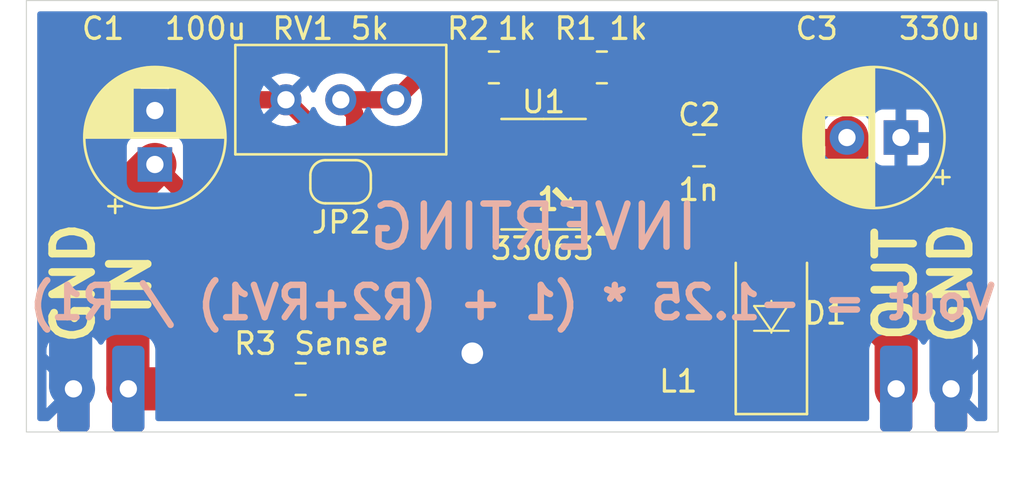
<source format=kicad_pcb>
(kicad_pcb (version 20240108) (generator "pcbnew") (generator_version "8.0")
  (layers (0 "F.Cu" signal) (31 "B.Cu" signal) (34 "B.Paste" user) (35 "F.Paste" user) (36 "B.SilkS" user "B.Silkscreen") (37 "F.SilkS" user "F.Silkscreen") (38 "B.Mask" user) (39 "F.Mask" user) (44 "Edge.Cuts" user))
  (net 0 "")
  (net 1 "/Vin_2")
  (net 2 "/Ct_2")
  (net 3 "/Vout_2")
  (net 4 "/Vsense")
  (net 5 "/Vfb_2")
  (net 6 "/Lin_2")
  (net 7 "Net-(JP2-A)")
  (net 8 "GND")
  (footprint "misc:sip_edge_2_no_slot" (layer "F.Cu") (at 53.45 70)
    (property "Reference" "J1" (hide yes))
    (property "Value" "Conn_01x02")
    (pad "1" thru_hole roundrect (at -1.27 -2) (size 1.5 4) (drill 0.8) (layers "*.Cu" "*.Mask") (roundrect_rratio 0.1666666667) (net 8 "GND"))
    (pad "2" thru_hole roundrect (at 1.27 -2) (size 1.5 4) (drill 0.8) (layers "*.Cu" "*.Mask") (roundrect_rratio 0.1666666667) (net 1 "/Vin_2"))
  )
  (footprint "Resistor_SMD:R_0805_2012Metric_Pad1.20x1.40mm_HandSolder" (layer "F.Cu") (at 62.7 67.55 180)
    (property "Reference" "R3" (at 2.1 1.65 180) (layer "F.SilkS"))
    (property "Value" "Sense" (at -1.9 1.65 180) (layer "F.SilkS"))
    (fp_line (start -0.227064 0.735) (end 0.227064 0.735) (stroke (width 0.12)) (layer "F.SilkS"))
    (fp_line (start -0.227064 -0.735) (end 0.227064 -0.735) (stroke (width 0.12)) (layer "F.SilkS"))
    (pad "1" smd roundrect (at -1 0 180) (size 1.2 1.4) (layers "F.Cu" "F.Paste" "F.Mask") (roundrect_rratio 0.208333) (net 4 "/Vsense"))
    (pad "2" smd roundrect (at 1 0 180) (size 1.2 1.4) (layers "F.Cu" "F.Paste" "F.Mask") (roundrect_rratio 0.208333) (net 1 "/Vin_2"))
  )
  (footprint "misc:Inductor_CD54" (layer "F.Cu") (at 75.8 66.35 90)
    (property "Reference" "L1" (hide yes))
    (property "Value" "L")
    (fp_text user "${REFERENCE}" (at -1.3 4.39 0) (layer "F.SilkS"))
    (pad "1" smd rect (at 0 -1.925 90) (size 5.5 2.15) (layers "F.Cu" "F.Paste" "F.Mask") (net 8 "GND"))
    (pad "2" smd rect (at 0 1.925 90) (size 5.5 2.15) (layers "F.Cu" "F.Paste" "F.Mask") (net 6 "/Lin_2"))
  )
  (footprint "Jumper:SolderJumper-2_P1.3mm_Open_RoundedPad1.0x1.5mm" (layer "F.Cu") (at 64.55 58.4 180)
    (property "Reference" "JP2" (at -0.03 -1.88 0) (layer "F.SilkS"))
    (property "Value" "FIXED")
    (fp_line (start 1.4 -0.3) (end 1.4 0.3) (stroke (width 0.12)) (layer "F.SilkS"))
    (fp_line (start 0.7 1) (end -0.7 1) (stroke (width 0.12)) (layer "F.SilkS"))
    (fp_line (start -0.7 -1) (end 0.7 -1) (stroke (width 0.12)) (layer "F.SilkS"))
    (fp_line (start -1.4 0.3) (end -1.4 -0.3) (stroke (width 0.12)) (layer "F.SilkS"))
    (fp_arc (start 1.4 0.3) (mid 1.194975 0.794975) (end 0.7 1) (stroke (width 0.12)) (layer "F.SilkS"))
    (fp_arc (start 0.7 -1) (mid 1.194975 -0.794975) (end 1.4 -0.3) (stroke (width 0.12)) (layer "F.SilkS"))
    (fp_arc (start -0.7 1) (mid -1.194975 0.794975) (end -1.4 0.3) (stroke (width 0.12)) (layer "F.SilkS"))
    (fp_arc (start -1.4 -0.3) (mid -1.194975 -0.794975) (end -0.7 -1) (stroke (width 0.12)) (layer "F.SilkS"))
    (pad "1" smd custom (at -0.65 0 180) (size 1 0.5) (layers "F.Cu" "F.Mask") (net 7 "Net-(JP2-A)") (options (clearance outline) (anchor rect)) (primitives (gr_circle (center 0 0.25) (end 0.5 0.25) (width 0) (fill yes)) (gr_circle (center 0 -0.25) (end 0.5 -0.25) (width 0) (fill yes)) (gr_poly (pts (xy 0.5 0.75) (xy 0 0.75) (xy 0 -0.75) (xy 0.5 -0.75)) (width 0) (fill yes))))
    (pad "2" smd custom (at 0.65 0 180) (size 1 0.5) (layers "F.Cu" "F.Mask") (net 8 "GND") (options (clearance outline) (anchor rect)) (primitives (gr_circle (center 0 0.25) (end 0.5 0.25) (width 0) (fill yes)) (gr_circle (center 0 -0.25) (end 0.5 -0.25) (width 0) (fill yes)) (gr_poly (pts (xy 0 0.75) (xy -0.5 0.75) (xy -0.5 -0.75) (xy 0 -0.75)) (width 0) (fill yes))))
  )
  (footprint "Capacitor_THT:CP_Radial_D6.3mm_P2.50mm" (layer "F.Cu") (at 55.95 57.6 90)
    (property "Reference" "C1" (at 6.3 -2.4 0) (layer "F.SilkS"))
    (property "Value" "100u" (at 6.3 2.35 0) (layer "F.SilkS"))
    (fp_line (start 1.33 -3.23) (end 1.33 3.23) (stroke (width 0.12)) (layer "F.SilkS"))
    (fp_line (start 1.29 -3.23) (end 1.29 3.23) (stroke (width 0.12)) (layer "F.SilkS"))
    (fp_line (start 1.25 -3.23) (end 1.25 3.23) (stroke (width 0.12)) (layer "F.SilkS"))
    (fp_line (start 1.37 -3.228) (end 1.37 3.228) (stroke (width 0.12)) (layer "F.SilkS"))
    (fp_line (start 1.41 -3.227) (end 1.41 3.227) (stroke (width 0.12)) (layer "F.SilkS"))
    (fp_line (start 1.45 -3.224) (end 1.45 3.224) (stroke (width 0.12)) (layer "F.SilkS"))
    (fp_line (start 1.49 -3.222) (end 1.49 -1.04) (stroke (width 0.12)) (layer "F.SilkS"))
    (fp_line (start 1.53 -3.218) (end 1.53 -1.04) (stroke (width 0.12)) (layer "F.SilkS"))
    (fp_line (start 1.57 -3.215) (end 1.57 -1.04) (stroke (width 0.12)) (layer "F.SilkS"))
    (fp_line (start 1.61 -3.211) (end 1.61 -1.04) (stroke (width 0.12)) (layer "F.SilkS"))
    (fp_line (start 1.65 -3.206) (end 1.65 -1.04) (stroke (width 0.12)) (layer "F.SilkS"))
    (fp_line (start 1.69 -3.201) (end 1.69 -1.04) (stroke (width 0.12)) (layer "F.SilkS"))
    (fp_line (start 1.73 -3.195) (end 1.73 -1.04) (stroke (width 0.12)) (layer "F.SilkS"))
    (fp_line (start 1.77 -3.189) (end 1.77 -1.04) (stroke (width 0.12)) (layer "F.SilkS"))
    (fp_line (start 1.81 -3.182) (end 1.81 -1.04) (stroke (width 0.12)) (layer "F.SilkS"))
    (fp_line (start 1.85 -3.175) (end 1.85 -1.04) (stroke (width 0.12)) (layer "F.SilkS"))
    (fp_line (start 1.89 -3.167) (end 1.89 -1.04) (stroke (width 0.12)) (layer "F.SilkS"))
    (fp_line (start 1.93 -3.159) (end 1.93 -1.04) (stroke (width 0.12)) (layer "F.SilkS"))
    (fp_line (start 1.971 -3.15) (end 1.971 -1.04) (stroke (width 0.12)) (layer "F.SilkS"))
    (fp_line (start 2.011 -3.141) (end 2.011 -1.04) (stroke (width 0.12)) (layer "F.SilkS"))
    (fp_line (start 2.051 -3.131) (end 2.051 -1.04) (stroke (width 0.12)) (layer "F.SilkS"))
    (fp_line (start 2.091 -3.121) (end 2.091 -1.04) (stroke (width 0.12)) (layer "F.SilkS"))
    (fp_line (start 2.131 -3.11) (end 2.131 -1.04) (stroke (width 0.12)) (layer "F.SilkS"))
    (fp_line (start 2.171 -3.098) (end 2.171 -1.04) (stroke (width 0.12)) (layer "F.SilkS"))
    (fp_line (start 2.211 -3.086) (end 2.211 -1.04) (stroke (width 0.12)) (layer "F.SilkS"))
    (fp_line (start 2.251 -3.074) (end 2.251 -1.04) (stroke (width 0.12)) (layer "F.SilkS"))
    (fp_line (start 2.291 -3.061) (end 2.291 -1.04) (stroke (width 0.12)) (layer "F.SilkS"))
    (fp_line (start 2.331 -3.047) (end 2.331 -1.04) (stroke (width 0.12)) (layer "F.SilkS"))
    (fp_line (start 2.371 -3.033) (end 2.371 -1.04) (stroke (width 0.12)) (layer "F.SilkS"))
    (fp_line (start 2.411 -3.018) (end 2.411 -1.04) (stroke (width 0.12)) (layer "F.SilkS"))
    (fp_line (start 2.451 -3.002) (end 2.451 -1.04) (stroke (width 0.12)) (layer "F.SilkS"))
    (fp_line (start 2.491 -2.986) (end 2.491 -1.04) (stroke (width 0.12)) (layer "F.SilkS"))
    (fp_line (start 2.531 -2.97) (end 2.531 -1.04) (stroke (width 0.12)) (layer "F.SilkS"))
    (fp_line (start 2.571 -2.952) (end 2.571 -1.04) (stroke (width 0.12)) (layer "F.SilkS"))
    (fp_line (start 2.611 -2.934) (end 2.611 -1.04) (stroke (width 0.12)) (layer "F.SilkS"))
    (fp_line (start 2.651 -2.916) (end 2.651 -1.04) (stroke (width 0.12)) (layer "F.SilkS"))
    (fp_line (start 2.691 -2.896) (end 2.691 -1.04) (stroke (width 0.12)) (layer "F.SilkS"))
    (fp_line (start 2.731 -2.876) (end 2.731 -1.04) (stroke (width 0.12)) (layer "F.SilkS"))
    (fp_line (start 2.771 -2.856) (end 2.771 -1.04) (stroke (width 0.12)) (layer "F.SilkS"))
    (fp_line (start 2.811 -2.834) (end 2.811 -1.04) (stroke (width 0.12)) (layer "F.SilkS"))
    (fp_line (start 2.851 -2.812) (end 2.851 -1.04) (stroke (width 0.12)) (layer "F.SilkS"))
    (fp_line (start 2.891 -2.79) (end 2.891 -1.04) (stroke (width 0.12)) (layer "F.SilkS"))
    (fp_line (start 2.931 -2.766) (end 2.931 -1.04) (stroke (width 0.12)) (layer "F.SilkS"))
    (fp_line (start 2.971 -2.742) (end 2.971 -1.04) (stroke (width 0.12)) (layer "F.SilkS"))
    (fp_line (start 3.011 -2.716) (end 3.011 -1.04) (stroke (width 0.12)) (layer "F.SilkS"))
    (fp_line (start 3.051 -2.69) (end 3.051 -1.04) (stroke (width 0.12)) (layer "F.SilkS"))
    (fp_line (start 3.091 -2.664) (end 3.091 -1.04) (stroke (width 0.12)) (layer "F.SilkS"))
    (fp_line (start 3.131 -2.636) (end 3.131 -1.04) (stroke (width 0.12)) (layer "F.SilkS"))
    (fp_line (start 3.171 -2.607) (end 3.171 -1.04) (stroke (width 0.12)) (layer "F.SilkS"))
    (fp_line (start 3.211 -2.578) (end 3.211 -1.04) (stroke (width 0.12)) (layer "F.SilkS"))
    (fp_line (start 3.251 -2.548) (end 3.251 -1.04) (stroke (width 0.12)) (layer "F.SilkS"))
    (fp_line (start 3.291 -2.516) (end 3.291 -1.04) (stroke (width 0.12)) (layer "F.SilkS"))
    (fp_line (start 3.331 -2.484) (end 3.331 -1.04) (stroke (width 0.12)) (layer "F.SilkS"))
    (fp_line (start 3.371 -2.45) (end 3.371 -1.04) (stroke (width 0.12)) (layer "F.SilkS"))
    (fp_line (start 3.411 -2.416) (end 3.411 -1.04) (stroke (width 0.12)) (layer "F.SilkS"))
    (fp_line (start 3.451 -2.38) (end 3.451 -1.04) (stroke (width 0.12)) (layer "F.SilkS"))
    (fp_line (start 3.491 -2.343) (end 3.491 -1.04) (stroke (width 0.12)) (layer "F.SilkS"))
    (fp_line (start 3.531 -2.305) (end 3.531 -1.04) (stroke (width 0.12)) (layer "F.SilkS"))
    (fp_line (start 3.571 -2.265) (end 3.571 2.265) (stroke (width 0.12)) (layer "F.SilkS"))
    (fp_line (start 3.611 -2.224) (end 3.611 2.224) (stroke (width 0.12)) (layer "F.SilkS"))
    (fp_line (start 3.651 -2.182) (end 3.651 2.182) (stroke (width 0.12)) (layer "F.SilkS"))
    (fp_line (start -1.935241 -2.154) (end -1.935241 -1.524) (stroke (width 0.12)) (layer "F.SilkS"))
    (fp_line (start 3.691 -2.137) (end 3.691 2.137) (stroke (width 0.12)) (layer "F.SilkS"))
    (fp_line (start 3.731 -2.092) (end 3.731 2.092) (stroke (width 0.12)) (layer "F.SilkS"))
    (fp_line (start 3.771 -2.044) (end 3.771 2.044) (stroke (width 0.12)) (layer "F.SilkS"))
    (fp_line (start 3.811 -1.995) (end 3.811 1.995) (stroke (width 0.12)) (layer "F.SilkS"))
    (fp_line (start 3.851 -1.944) (end 3.851 1.944) (stroke (width 0.12)) (layer "F.SilkS"))
    (fp_line (start 3.891 -1.89) (end 3.891 1.89) (stroke (width 0.12)) (layer "F.SilkS"))
    (fp_line (start -2.250241 -1.839) (end -1.620241 -1.839) (stroke (width 0.12)) (layer "F.SilkS"))
    (fp_line (start 3.931 -1.834) (end 3.931 1.834) (stroke (width 0.12)) (layer "F.SilkS"))
    (fp_line (start 3.971 -1.776) (end 3.971 1.776) (stroke (width 0.12)) (layer "F.SilkS"))
    (fp_line (start 4.011 -1.714) (end 4.011 1.714) (stroke (width 0.12)) (layer "F.SilkS"))
    (fp_line (start 4.051 -1.65) (end 4.051 1.65) (stroke (width 0.12)) (layer "F.SilkS"))
    (fp_line (start 4.091 -1.581) (end 4.091 1.581) (stroke (width 0.12)) (layer "F.SilkS"))
    (fp_line (start 4.131 -1.509) (end 4.131 1.509) (stroke (width 0.12)) (layer "F.SilkS"))
    (fp_line (start 4.171 -1.432) (end 4.171 1.432) (stroke (width 0.12)) (layer "F.SilkS"))
    (fp_line (start 4.211 -1.35) (end 4.211 1.35) (stroke (width 0.12)) (layer "F.SilkS"))
    (fp_line (start 4.251 -1.262) (end 4.251 1.262) (stroke (width 0.12)) (layer "F.SilkS"))
    (fp_line (start 4.291 -1.165) (end 4.291 1.165) (stroke (width 0.12)) (layer "F.SilkS"))
    (fp_line (start 4.331 -1.059) (end 4.331 1.059) (stroke (width 0.12)) (layer "F.SilkS"))
    (fp_line (start 4.371 -0.94) (end 4.371 0.94) (stroke (width 0.12)) (layer "F.SilkS"))
    (fp_line (start 4.411 -0.802) (end 4.411 0.802) (stroke (width 0.12)) (layer "F.SilkS"))
    (fp_line (start 4.451 -0.633) (end 4.451 0.633) (stroke (width 0.12)) (layer "F.SilkS"))
    (fp_line (start 4.491 -0.402) (end 4.491 0.402) (stroke (width 0.12)) (layer "F.SilkS"))
    (fp_line (start 3.531 1.04) (end 3.531 2.305) (stroke (width 0.12)) (layer "F.SilkS"))
    (fp_line (start 3.491 1.04) (end 3.491 2.343) (stroke (width 0.12)) (layer "F.SilkS"))
    (fp_line (start 3.451 1.04) (end 3.451 2.38) (stroke (width 0.12)) (layer "F.SilkS"))
    (fp_line (start 3.411 1.04) (end 3.411 2.416) (stroke (width 0.12)) (layer "F.SilkS"))
    (fp_line (start 3.371 1.04) (end 3.371 2.45) (stroke (width 0.12)) (layer "F.SilkS"))
    (fp_line (start 3.331 1.04) (end 3.331 2.484) (stroke (width 0.12)) (layer "F.SilkS"))
    (fp_line (start 3.291 1.04) (end 3.291 2.516) (stroke (width 0.12)) (layer "F.SilkS"))
    (fp_line (start 3.251 1.04) (end 3.251 2.548) (stroke (width 0.12)) (layer "F.SilkS"))
    (fp_line (start 3.211 1.04) (end 3.211 2.578) (stroke (width 0.12)) (layer "F.SilkS"))
    (fp_line (start 3.171 1.04) (end 3.171 2.607) (stroke (width 0.12)) (layer "F.SilkS"))
    (fp_line (start 3.131 1.04) (end 3.131 2.636) (stroke (width 0.12)) (layer "F.SilkS"))
    (fp_line (start 3.091 1.04) (end 3.091 2.664) (stroke (width 0.12)) (layer "F.SilkS"))
    (fp_line (start 3.051 1.04) (end 3.051 2.69) (stroke (width 0.12)) (layer "F.SilkS"))
    (fp_line (start 3.011 1.04) (end 3.011 2.716) (stroke (width 0.12)) (layer "F.SilkS"))
    (fp_line (start 2.971 1.04) (end 2.971 2.742) (stroke (width 0.12)) (layer "F.SilkS"))
    (fp_line (start 2.931 1.04) (end 2.931 2.766) (stroke (width 0.12)) (layer "F.SilkS"))
    (fp_line (start 2.891 1.04) (end 2.891 2.79) (stroke (width 0.12)) (layer "F.SilkS"))
    (fp_line (start 2.851 1.04) (end 2.851 2.812) (stroke (width 0.12)) (layer "F.SilkS"))
    (fp_line (start 2.811 1.04) (end 2.811 2.834) (stroke (width 0.12)) (layer "F.SilkS"))
    (fp_line (start 2.771 1.04) (end 2.771 2.856) (stroke (width 0.12)) (layer "F.SilkS"))
    (fp_line (start 2.731 1.04) (end 2.731 2.876) (stroke (width 0.12)) (layer "F.SilkS"))
    (fp_line (start 2.691 1.04) (end 2.691 2.896) (stroke (width 0.12)) (layer "F.SilkS"))
    (fp_line (start 2.651 1.04) (end 2.651 2.916) (stroke (width 0.12)) (layer "F.SilkS"))
    (fp_line (start 2.611 1.04) (end 2.611 2.934) (stroke (width 0.12)) (layer "F.SilkS"))
    (fp_line (start 2.571 1.04) (end 2.571 2.952) (stroke (width 0.12)) (layer "F.SilkS"))
    (fp_line (start 2.531 1.04) (end 2.531 2.97) (stroke (width 0.12)) (layer "F.SilkS"))
    (fp_line (start 2.491 1.04) (end 2.491 2.986) (stroke (width 0.12)) (layer "F.SilkS"))
    (fp_line (start 2.451 1.04) (end 2.451 3.002) (stroke (width 0.12)) (layer "F.SilkS"))
    (fp_line (start 2.411 1.04) (end 2.411 3.018) (stroke (width 0.12)) (layer "F.SilkS"))
    (fp_line (start 2.371 1.04) (end 2.371 3.033) (stroke (width 0.12)) (layer "F.SilkS"))
    (fp_line (start 2.331 1.04) (end 2.331 3.047) (stroke (width 0.12)) (layer "F.SilkS"))
    (fp_line (start 2.291 1.04) (end 2.291 3.061) (stroke (width 0.12)) (layer "F.SilkS"))
    (fp_line (start 2.251 1.04) (end 2.251 3.074) (stroke (width 0.12)) (layer "F.SilkS"))
    (fp_line (start 2.211 1.04) (end 2.211 3.086) (stroke (width 0.12)) (layer "F.SilkS"))
    (fp_line (start 2.171 1.04) (end 2.171 3.098) (stroke (width 0.12)) (layer "F.SilkS"))
    (fp_line (start 2.131 1.04) (end 2.131 3.11) (stroke (width 0.12)) (layer "F.SilkS"))
    (fp_line (start 2.091 1.04) (end 2.091 3.121) (stroke (width 0.12)) (layer "F.SilkS"))
    (fp_line (start 2.051 1.04) (end 2.051 3.131) (stroke (width 0.12)) (layer "F.SilkS"))
    (fp_line (start 2.011 1.04) (end 2.011 3.141) (stroke (width 0.12)) (layer "F.SilkS"))
    (fp_line (start 1.971 1.04) (end 1.971 3.15) (stroke (width 0.12)) (layer "F.SilkS"))
    (fp_line (start 1.93 1.04) (end 1.93 3.159) (stroke (width 0.12)) (layer "F.SilkS"))
    (fp_line (start 1.89 1.04) (end 1.89 3.167) (stroke (width 0.12)) (layer "F.SilkS"))
    (fp_line (start 1.85 1.04) (end 1.85 3.175) (stroke (width 0.12)) (layer "F.SilkS"))
    (fp_line (start 1.81 1.04) (end 1.81 3.182) (stroke (width 0.12)) (layer "F.SilkS"))
    (fp_line (start 1.77 1.04) (end 1.77 3.189) (stroke (width 0.12)) (layer "F.SilkS"))
    (fp_line (start 1.73 1.04) (end 1.73 3.195) (stroke (width 0.12)) (layer "F.SilkS"))
    (fp_line (start 1.69 1.04) (end 1.69 3.201) (stroke (width 0.12)) (layer "F.SilkS"))
    (fp_line (start 1.65 1.04) (end 1.65 3.206) (stroke (width 0.12)) (layer "F.SilkS"))
    (fp_line (start 1.61 1.04) (end 1.61 3.211) (stroke (width 0.12)) (layer "F.SilkS"))
    (fp_line (start 1.57 1.04) (end 1.57 3.215) (stroke (width 0.12)) (layer "F.SilkS"))
    (fp_line (start 1.53 1.04) (end 1.53 3.218) (stroke (width 0.12)) (layer "F.SilkS"))
    (fp_line (start 1.49 1.04) (end 1.49 3.222) (stroke (width 0.12)) (layer "F.SilkS"))
    (fp_circle (center 1.25 0) (end 4.52 0) (stroke (width 0.12)) (fill none) (layer "F.SilkS"))
    (pad "1" thru_hole rect (at 0 0 90) (size 1.6 1.6) (drill 0.8) (layers "*.Cu" "*.Mask") (net 1 "/Vin_2"))
    (pad "2" thru_hole circle (at 2.5 0 90) (size 1.6 1.6) (drill 0.8) (layers "*.Cu" "*.Mask") (net 8 "GND"))
  )
  (footprint "misc:sip_edge_2_no_slot" (layer "F.Cu") (at 91.55 70)
    (property "Reference" "J2" (hide yes))
    (property "Value" "Conn_01x02")
    (pad "1" thru_hole roundrect (at -1.27 -2) (size 1.5 4) (drill 0.8) (layers "*.Cu" "*.Mask") (roundrect_rratio 0.1666666667) (net 3 "/Vout_2"))
    (pad "2" thru_hole roundrect (at 1.27 -2) (size 1.5 4) (drill 0.8) (layers "*.Cu" "*.Mask") (roundrect_rratio 0.1666666667) (net 8 "GND"))
  )
  (footprint "Resistor_SMD:R_0805_2012Metric_Pad1.20x1.40mm_HandSolder" (layer "F.Cu") (at 76.65 53.1)
    (property "Reference" "R1" (at -1.21 -1.8 0) (layer "F.SilkS"))
    (property "Value" "1k" (at 1.23 -1.8 0) (layer "F.SilkS"))
    (fp_line (start -0.227064 -0.735) (end 0.227064 -0.735) (stroke (width 0.12)) (layer "F.SilkS"))
    (fp_line (start -0.227064 0.735) (end 0.227064 0.735) (stroke (width 0.12)) (layer "F.SilkS"))
    (pad "1" smd roundrect (at -1 0) (size 1.2 1.4) (layers "F.Cu" "F.Paste" "F.Mask") (roundrect_rratio 0.208333) (net 5 "/Vfb_2"))
    (pad "2" smd roundrect (at 1 0) (size 1.2 1.4) (layers "F.Cu" "F.Paste" "F.Mask") (roundrect_rratio 0.208333) (net 3 "/Vout_2"))
  )
  (footprint "misc:D_SMA_Handsoldering_with_symbol" (layer "F.Cu") (at 84.5 64.66 90)
    (property "Reference" "D1" (at 0.16 2.5 180) (layer "F.SilkS"))
    (property "Value" "M4")
    (fp_line (start -4.51 -1.65) (end 2.5 -1.65) (stroke (width 0.12)) (layer "F.SilkS"))
    (fp_line (start -4.51 -1.65) (end -4.51 1.65) (stroke (width 0.12)) (layer "F.SilkS"))
    (fp_line (start 0.5 -0.8) (end -0.65 0) (stroke (width 0.1)) (layer "F.SilkS"))
    (fp_line (start 0.5 0) (end 0.5 -0.8) (stroke (width 0.1)) (layer "F.SilkS"))
    (fp_line (start 0.5 0) (end 0.74 0) (stroke (width 0.1)) (layer "F.SilkS"))
    (fp_line (start -0.65 0) (end -0.74 0) (stroke (width 0.1)) (layer "F.SilkS"))
    (fp_line (start -0.65 0) (end 0.5 0.75) (stroke (width 0.1)) (layer "F.SilkS"))
    (fp_line (start 0.5 0.75) (end 0.5 0) (stroke (width 0.1)) (layer "F.SilkS"))
    (fp_line (start -0.65 0.8) (end -0.65 -0.8) (stroke (width 0.1)) (layer "F.SilkS"))
    (fp_line (start -4.51 1.65) (end 2.5 1.65) (stroke (width 0.12)) (layer "F.SilkS"))
    (pad "1" smd roundrect (at -2.5 0 90) (size 3.5 1.8) (layers "F.Cu" "F.Paste" "F.Mask") (roundrect_rratio 0.1388888889) (net 6 "/Lin_2"))
    (pad "2" smd roundrect (at 2.5 0 90) (size 3.5 1.8) (layers "F.Cu" "F.Paste" "F.Mask") (roundrect_rratio 0.1388888889) (net 3 "/Vout_2"))
  )
  (footprint "Package_SO:SOIC-8_3.9x4.9mm_P1.27mm" (layer "F.Cu") (at 73.95 58.05 180)
    (property "Reference" "U1" (at 0 3.35 0) (layer "F.SilkS"))
    (property "Value" "33063" (at 0.05 -3.45 0) (layer "F.SilkS"))
    (fp_line (start 0 2.56) (end 1.95 2.56) (stroke (width 0.12)) (layer "F.SilkS"))
    (fp_line (start 0 2.56) (end -1.95 2.56) (stroke (width 0.12)) (layer "F.SilkS"))
    (fp_line (start 0 -2.56) (end 1.95 -2.56) (stroke (width 0.12)) (layer "F.SilkS"))
    (fp_line (start 0 -2.56) (end -1.95 -2.56) (stroke (width 0.12)) (layer "F.SilkS"))
    (fp_poly (pts (xy -2.7 -2.465) (xy -2.94 -2.795) (xy -2.46 -2.795) (xy -2.7 -2.465)) (stroke (width 0.12)) (fill solid) (layer "F.SilkS"))
    (pad "1" smd roundrect (at -2.475 -1.905 180) (size 1.95 0.6) (layers "F.Cu" "F.Paste" "F.Mask") (net 4 "/Vsense"))
    (pad "2" smd roundrect (at -2.475 -0.635 180) (size 1.95 0.6) (layers "F.Cu" "F.Paste" "F.Mask") (net 6 "/Lin_2"))
    (pad "3" smd roundrect (at -2.475 0.635 180) (size 1.95 0.6) (layers "F.Cu" "F.Paste" "F.Mask") (net 2 "/Ct_2"))
    (pad "4" smd roundrect (at -2.475 1.905 180) (size 1.95 0.6) (layers "F.Cu" "F.Paste" "F.Mask") (net 3 "/Vout_2"))
    (pad "5" smd roundrect (at 2.475 1.905 180) (size 1.95 0.6) (layers "F.Cu" "F.Paste" "F.Mask") (net 5 "/Vfb_2"))
    (pad "6" smd roundrect (at 2.475 0.635 180) (size 1.95 0.6) (layers "F.Cu" "F.Paste" "F.Mask") (net 1 "/Vin_2"))
    (pad "7" smd roundrect (at 2.475 -0.635 180) (size 1.95 0.6) (layers "F.Cu" "F.Paste" "F.Mask") (net 4 "/Vsense"))
    (pad "8" smd roundrect (at 2.475 -1.905 180) (size 1.95 0.6) (layers "F.Cu" "F.Paste" "F.Mask") (net 4 "/Vsense"))
  )
  (footprint "Capacitor_THT:CP_Radial_D6.3mm_P2.50mm" (layer "F.Cu") (at 90.5 56.35 180)
    (property "Reference" "C3" (at 3.9 5.05 0) (layer "F.SilkS"))
    (property "Value" "330u" (at -1.8 5.05 0) (layer "F.SilkS"))
    (fp_line (start 4.491 -0.402) (end 4.491 0.402) (stroke (width 0.12)) (layer "F.SilkS"))
    (fp_line (start 4.451 -0.633) (end 4.451 0.633) (stroke (width 0.12)) (layer "F.SilkS"))
    (fp_line (start 4.411 -0.802) (end 4.411 0.802) (stroke (width 0.12)) (layer "F.SilkS"))
    (fp_line (start 4.371 -0.94) (end 4.371 0.94) (stroke (width 0.12)) (layer "F.SilkS"))
    (fp_line (start 4.331 -1.059) (end 4.331 1.059) (stroke (width 0.12)) (layer "F.SilkS"))
    (fp_line (start 4.291 -1.165) (end 4.291 1.165) (stroke (width 0.12)) (layer "F.SilkS"))
    (fp_line (start 4.251 -1.262) (end 4.251 1.262) (stroke (width 0.12)) (layer "F.SilkS"))
    (fp_line (start 4.211 -1.35) (end 4.211 1.35) (stroke (width 0.12)) (layer "F.SilkS"))
    (fp_line (start 4.171 -1.432) (end 4.171 1.432) (stroke (width 0.12)) (layer "F.SilkS"))
    (fp_line (start 4.131 -1.509) (end 4.131 1.509) (stroke (width 0.12)) (layer "F.SilkS"))
    (fp_line (start 4.091 -1.581) (end 4.091 1.581) (stroke (width 0.12)) (layer "F.SilkS"))
    (fp_line (start 4.051 -1.65) (end 4.051 1.65) (stroke (width 0.12)) (layer "F.SilkS"))
    (fp_line (start 4.011 -1.714) (end 4.011 1.714) (stroke (width 0.12)) (layer "F.SilkS"))
    (fp_line (start 3.971 -1.776) (end 3.971 1.776) (stroke (width 0.12)) (layer "F.SilkS"))
    (fp_line (start 3.931 -1.834) (end 3.931 1.834) (stroke (width 0.12)) (layer "F.SilkS"))
    (fp_line (start 3.891 -1.89) (end 3.891 1.89) (stroke (width 0.12)) (layer "F.SilkS"))
    (fp_line (start 3.851 -1.944) (end 3.851 1.944) (stroke (width 0.12)) (layer "F.SilkS"))
    (fp_line (start 3.811 -1.995) (end 3.811 1.995) (stroke (width 0.12)) (layer "F.SilkS"))
    (fp_line (start 3.771 -2.044) (end 3.771 2.044) (stroke (width 0.12)) (layer "F.SilkS"))
    (fp_line (start 3.731 -2.092) (end 3.731 2.092) (stroke (width 0.12)) (layer "F.SilkS"))
    (fp_line (start 3.691 -2.137) (end 3.691 2.137) (stroke (width 0.12)) (layer "F.SilkS"))
    (fp_line (start 3.651 -2.182) (end 3.651 2.182) (stroke (width 0.12)) (layer "F.SilkS"))
    (fp_line (start 3.611 -2.224) (end 3.611 2.224) (stroke (width 0.12)) (layer "F.SilkS"))
    (fp_line (start 3.571 -2.265) (end 3.571 2.265) (stroke (width 0.12)) (layer "F.SilkS"))
    (fp_line (start 3.531 1.04) (end 3.531 2.305) (stroke (width 0.12)) (layer "F.SilkS"))
    (fp_line (start 3.531 -2.305) (end 3.531 -1.04) (stroke (width 0.12)) (layer "F.SilkS"))
    (fp_line (start 3.491 1.04) (end 3.491 2.343) (stroke (width 0.12)) (layer "F.SilkS"))
    (fp_line (start 3.491 -2.343) (end 3.491 -1.04) (stroke (width 0.12)) (layer "F.SilkS"))
    (fp_line (start 3.451 1.04) (end 3.451 2.38) (stroke (width 0.12)) (layer "F.SilkS"))
    (fp_line (start 3.451 -2.38) (end 3.451 -1.04) (stroke (width 0.12)) (layer "F.SilkS"))
    (fp_line (start 3.411 1.04) (end 3.411 2.416) (stroke (width 0.12)) (layer "F.SilkS"))
    (fp_line (start 3.411 -2.416) (end 3.411 -1.04) (stroke (width 0.12)) (layer "F.SilkS"))
    (fp_line (start 3.371 1.04) (end 3.371 2.45) (stroke (width 0.12)) (layer "F.SilkS"))
    (fp_line (start 3.371 -2.45) (end 3.371 -1.04) (stroke (width 0.12)) (layer "F.SilkS"))
    (fp_line (start 3.331 1.04) (end 3.331 2.484) (stroke (width 0.12)) (layer "F.SilkS"))
    (fp_line (start 3.331 -2.484) (end 3.331 -1.04) (stroke (width 0.12)) (layer "F.SilkS"))
    (fp_line (start 3.291 1.04) (end 3.291 2.516) (stroke (width 0.12)) (layer "F.SilkS"))
    (fp_line (start 3.291 -2.516) (end 3.291 -1.04) (stroke (width 0.12)) (layer "F.SilkS"))
    (fp_line (start 3.251 1.04) (end 3.251 2.548) (stroke (width 0.12)) (layer "F.SilkS"))
    (fp_line (start 3.251 -2.548) (end 3.251 -1.04) (stroke (width 0.12)) (layer "F.SilkS"))
    (fp_line (start 3.211 1.04) (end 3.211 2.578) (stroke (width 0.12)) (layer "F.SilkS"))
    (fp_line (start 3.211 -2.578) (end 3.211 -1.04) (stroke (width 0.12)) (layer "F.SilkS"))
    (fp_line (start 3.171 1.04) (end 3.171 2.607) (stroke (width 0.12)) (layer "F.SilkS"))
    (fp_line (start 3.171 -2.607) (end 3.171 -1.04) (stroke (width 0.12)) (layer "F.SilkS"))
    (fp_line (start 3.131 1.04) (end 3.131 2.636) (stroke (width 0.12)) (layer "F.SilkS"))
    (fp_line (start 3.131 -2.636) (end 3.131 -1.04) (stroke (width 0.12)) (layer "F.SilkS"))
    (fp_line (start 3.091 1.04) (end 3.091 2.664) (stroke (width 0.12)) (layer "F.SilkS"))
    (fp_line (start 3.091 -2.664) (end 3.091 -1.04) (stroke (width 0.12)) (layer "F.SilkS"))
    (fp_line (start 3.051 1.04) (end 3.051 2.69) (stroke (width 0.12)) (layer "F.SilkS"))
    (fp_line (start 3.051 -2.69) (end 3.051 -1.04) (stroke (width 0.12)) (layer "F.SilkS"))
    (fp_line (start 3.011 1.04) (end 3.011 2.716) (stroke (width 0.12)) (layer "F.SilkS"))
    (fp_line (start 3.011 -2.716) (end 3.011 -1.04) (stroke (width 0.12)) (layer "F.SilkS"))
    (fp_line (start 2.971 1.04) (end 2.971 2.742) (stroke (width 0.12)) (layer "F.SilkS"))
    (fp_line (start 2.971 -2.742) (end 2.971 -1.04) (stroke (width 0.12)) (layer "F.SilkS"))
    (fp_line (start 2.931 1.04) (end 2.931 2.766) (stroke (width 0.12)) (layer "F.SilkS"))
    (fp_line (start 2.931 -2.766) (end 2.931 -1.04) (stroke (width 0.12)) (layer "F.SilkS"))
    (fp_line (start 2.891 1.04) (end 2.891 2.79) (stroke (width 0.12)) (layer "F.SilkS"))
    (fp_line (start 2.891 -2.79) (end 2.891 -1.04) (stroke (width 0.12)) (layer "F.SilkS"))
    (fp_line (start 2.851 1.04) (end 2.851 2.812) (stroke (width 0.12)) (layer "F.SilkS"))
    (fp_line (start 2.851 -2.812) (end 2.851 -1.04) (stroke (width 0.12)) (layer "F.SilkS"))
    (fp_line (start 2.811 1.04) (end 2.811 2.834) (stroke (width 0.12)) (layer "F.SilkS"))
    (fp_line (start 2.811 -2.834) (end 2.811 -1.04) (stroke (width 0.12)) (layer "F.SilkS"))
    (fp_line (start 2.771 1.04) (end 2.771 2.856) (stroke (width 0.12)) (layer "F.SilkS"))
    (fp_line (start 2.771 -2.856) (end 2.771 -1.04) (stroke (width 0.12)) (layer "F.SilkS"))
    (fp_line (start 2.731 1.04) (end 2.731 2.876) (stroke (width 0.12)) (layer "F.SilkS"))
    (fp_line (start 2.731 -2.876) (end 2.731 -1.04) (stroke (width 0.12)) (layer "F.SilkS"))
    (fp_line (start 2.691 1.04) (end 2.691 2.896) (stroke (width 0.12)) (layer "F.SilkS"))
    (fp_line (start 2.691 -2.896) (end 2.691 -1.04) (stroke (width 0.12)) (layer "F.SilkS"))
    (fp_line (start 2.651 1.04) (end 2.651 2.916) (stroke (width 0.12)) (layer "F.SilkS"))
    (fp_line (start 2.651 -2.916) (end 2.651 -1.04) (stroke (width 0.12)) (layer "F.SilkS"))
    (fp_line (start 2.611 1.04) (end 2.611 2.934) (stroke (width 0.12)) (layer "F.SilkS"))
    (fp_line (start 2.611 -2.934) (end 2.611 -1.04) (stroke (width 0.12)) (layer "F.SilkS"))
    (fp_line (start 2.571 1.04) (end 2.571 2.952) (stroke (width 0.12)) (layer "F.SilkS"))
    (fp_line (start 2.571 -2.952) (end 2.571 -1.04) (stroke (width 0.12)) (layer "F.SilkS"))
    (fp_line (start 2.531 1.04) (end 2.531 2.97) (stroke (width 0.12)) (layer "F.SilkS"))
    (fp_line (start 2.531 -2.97) (end 2.531 -1.04) (stroke (width 0.12)) (layer "F.SilkS"))
    (fp_line (start 2.491 1.04) (end 2.491 2.986) (stroke (width 0.12)) (layer "F.SilkS"))
    (fp_line (start 2.491 -2.986) (end 2.491 -1.04) (stroke (width 0.12)) (layer "F.SilkS"))
    (fp_line (start 2.451 1.04) (end 2.451 3.002) (stroke (width 0.12)) (layer "F.SilkS"))
    (fp_line (start 2.451 -3.002) (end 2.451 -1.04) (stroke (width 0.12)) (layer "F.SilkS"))
    (fp_line (start 2.411 1.04) (end 2.411 3.018) (stroke (width 0.12)) (layer "F.SilkS"))
    (fp_line (start 2.411 -3.018) (end 2.411 -1.04) (stroke (width 0.12)) (layer "F.SilkS"))
    (fp_line (start 2.371 1.04) (end 2.371 3.033) (stroke (width 0.12)) (layer "F.SilkS"))
    (fp_line (start 2.371 -3.033) (end 2.371 -1.04) (stroke (width 0.12)) (layer "F.SilkS"))
    (fp_line (start 2.331 1.04) (end 2.331 3.047) (stroke (width 0.12)) (layer "F.SilkS"))
    (fp_line (start 2.331 -3.047) (end 2.331 -1.04) (stroke (width 0.12)) (layer "F.SilkS"))
    (fp_line (start 2.291 1.04) (end 2.291 3.061) (stroke (width 0.12)) (layer "F.SilkS"))
    (fp_line (start 2.291 -3.061) (end 2.291 -1.04) (stroke (width 0.12)) (layer "F.SilkS"))
    (fp_line (start 2.251 1.04) (end 2.251 3.074) (stroke (width 0.12)) (layer "F.SilkS"))
    (fp_line (start 2.251 -3.074) (end 2.251 -1.04) (stroke (width 0.12)) (layer "F.SilkS"))
    (fp_line (start 2.211 1.04) (end 2.211 3.086) (stroke (width 0.12)) (layer "F.SilkS"))
    (fp_line (start 2.211 -3.086) (end 2.211 -1.04) (stroke (width 0.12)) (layer "F.SilkS"))
    (fp_line (start 2.171 1.04) (end 2.171 3.098) (stroke (width 0.12)) (layer "F.SilkS"))
    (fp_line (start 2.171 -3.098) (end 2.171 -1.04) (stroke (width 0.12)) (layer "F.SilkS"))
    (fp_line (start 2.131 1.04) (end 2.131 3.11) (stroke (width 0.12)) (layer "F.SilkS"))
    (fp_line (start 2.131 -3.11) (end 2.131 -1.04) (stroke (width 0.12)) (layer "F.SilkS"))
    (fp_line (start 2.091 1.04) (end 2.091 3.121) (stroke (width 0.12)) (layer "F.SilkS"))
    (fp_line (start 2.091 -3.121) (end 2.091 -1.04) (stroke (width 0.12)) (layer "F.SilkS"))
    (fp_line (start 2.051 1.04) (end 2.051 3.131) (stroke (width 0.12)) (layer "F.SilkS"))
    (fp_line (start 2.051 -3.131) (end 2.051 -1.04) (stroke (width 0.12)) (layer "F.SilkS"))
    (fp_line (start 2.011 1.04) (end 2.011 3.141) (stroke (width 0.12)) (layer "F.SilkS"))
    (fp_line (start 2.011 -3.141) (end 2.011 -1.04) (stroke (width 0.12)) (layer "F.SilkS"))
    (fp_line (start 1.971 1.04) (end 1.971 3.15) (stroke (width 0.12)) (layer "F.SilkS"))
    (fp_line (start 1.971 -3.15) (end 1.971 -1.04) (stroke (width 0.12)) (layer "F.SilkS"))
    (fp_line (start 1.93 1.04) (end 1.93 3.159) (stroke (width 0.12)) (layer "F.SilkS"))
    (fp_line (start 1.93 -3.159) (end 1.93 -1.04) (stroke (width 0.12)) (layer "F.SilkS"))
    (fp_line (start 1.89 1.04) (end 1.89 3.167) (stroke (width 0.12)) (layer "F.SilkS"))
    (fp_line (start 1.89 -3.167) (end 1.89 -1.04) (stroke (width 0.12)) (layer "F.SilkS"))
    (fp_line (start 1.85 1.04) (end 1.85 3.175) (stroke (width 0.12)) (layer "F.SilkS"))
    (fp_line (start 1.85 -3.175) (end 1.85 -1.04) (stroke (width 0.12)) (layer "F.SilkS"))
    (fp_line (start 1.81 1.04) (end 1.81 3.182) (stroke (width 0.12)) (layer "F.SilkS"))
    (fp_line (start 1.81 -3.182) (end 1.81 -1.04) (stroke (width 0.12)) (layer "F.SilkS"))
    (fp_line (start 1.77 1.04) (end 1.77 3.189) (stroke (width 0.12)) (layer "F.SilkS"))
    (fp_line (start 1.77 -3.189) (end 1.77 -1.04) (stroke (width 0.12)) (layer "F.SilkS"))
    (fp_line (start 1.73 1.04) (end 1.73 3.195) (stroke (width 0.12)) (layer "F.SilkS"))
    (fp_line (start 1.73 -3.195) (end 1.73 -1.04) (stroke (width 0.12)) (layer "F.SilkS"))
    (fp_line (start 1.69 1.04) (end 1.69 3.201) (stroke (width 0.12)) (layer "F.SilkS"))
    (fp_line (start 1.69 -3.201) (end 1.69 -1.04) (stroke (width 0.12)) (layer "F.SilkS"))
    (fp_line (start 1.65 1.04) (end 1.65 3.206) (stroke (width 0.12)) (layer "F.SilkS"))
    (fp_line (start 1.65 -3.206) (end 1.65 -1.04) (stroke (width 0.12)) (layer "F.SilkS"))
    (fp_line (start 1.61 1.04) (end 1.61 3.211) (stroke (width 0.12)) (layer "F.SilkS"))
    (fp_line (start 1.61 -3.211) (end 1.61 -1.04) (stroke (width 0.12)) (layer "F.SilkS"))
    (fp_line (start 1.57 1.04) (end 1.57 3.215) (stroke (width 0.12)) (layer "F.SilkS"))
    (fp_line (start 1.57 -3.215) (end 1.57 -1.04) (stroke (width 0.12)) (layer "F.SilkS"))
    (fp_line (start 1.53 1.04) (end 1.53 3.218) (stroke (width 0.12)) (layer "F.SilkS"))
    (fp_line (start 1.53 -3.218) (end 1.53 -1.04) (stroke (width 0.12)) (layer "F.SilkS"))
    (fp_line (start 1.49 1.04) (end 1.49 3.222) (stroke (width 0.12)) (layer "F.SilkS"))
    (fp_line (start 1.49 -3.222) (end 1.49 -1.04) (stroke (width 0.12)) (layer "F.SilkS"))
    (fp_line (start 1.45 -3.224) (end 1.45 3.224) (stroke (width 0.12)) (layer "F.SilkS"))
    (fp_line (start 1.41 -3.227) (end 1.41 3.227) (stroke (width 0.12)) (layer "F.SilkS"))
    (fp_line (start 1.37 -3.228) (end 1.37 3.228) (stroke (width 0.12)) (layer "F.SilkS"))
    (fp_line (start 1.33 -3.23) (end 1.33 3.23) (stroke (width 0.12)) (layer "F.SilkS"))
    (fp_line (start 1.29 -3.23) (end 1.29 3.23) (stroke (width 0.12)) (layer "F.SilkS"))
    (fp_line (start 1.25 -3.23) (end 1.25 3.23) (stroke (width 0.12)) (layer "F.SilkS"))
    (fp_line (start -1.935241 -2.154) (end -1.935241 -1.524) (stroke (width 0.12)) (layer "F.SilkS"))
    (fp_line (start -2.250241 -1.839) (end -1.620241 -1.839) (stroke (width 0.12)) (layer "F.SilkS"))
    (fp_circle (center 1.25 0) (end 4.52 0) (stroke (width 0.12)) (fill none) (layer "F.SilkS"))
    (pad "1" thru_hole rect (at 0 0 180) (size 1.6 1.6) (drill 0.8) (layers "*.Cu" "*.Mask") (net 8 "GND"))
    (pad "2" thru_hole circle (at 2.5 0 180) (size 1.6 1.6) (drill 0.8) (layers "*.Cu" "*.Mask") (net 3 "/Vout_2"))
  )
  (footprint "Resistor_SMD:R_0805_2012Metric_Pad1.20x1.40mm_HandSolder" (layer "F.Cu") (at 71.65 53.1)
    (property "Reference" "R2" (at -1.19 -1.8 0) (layer "F.SilkS"))
    (property "Value" "1k" (at 1.07 -1.8 0) (layer "F.SilkS"))
    (fp_line (start -0.227064 -0.735) (end 0.227064 -0.735) (stroke (width 0.12)) (layer "F.SilkS"))
    (fp_line (start -0.227064 0.735) (end 0.227064 0.735) (stroke (width 0.12)) (layer "F.SilkS"))
    (pad "1" smd roundrect (at -1 0) (size 1.2 1.4) (layers "F.Cu" "F.Paste" "F.Mask") (roundrect_rratio 0.208333) (net 7 "Net-(JP2-A)"))
    (pad "2" smd roundrect (at 1 0) (size 1.2 1.4) (layers "F.Cu" "F.Paste" "F.Mask") (roundrect_rratio 0.208333) (net 5 "/Vfb_2"))
  )
  (footprint "Capacitor_SMD:C_0805_2012Metric_Pad1.18x1.45mm_HandSolder" (layer "F.Cu") (at 81.15 56.95)
    (property "Reference" "C2" (at 0.01 -1.65 0) (layer "F.SilkS"))
    (property "Value" "1n" (at -0.02 1.82 0) (layer "F.SilkS"))
    (fp_line (start -0.261252 -0.735) (end 0.261252 -0.735) (stroke (width 0.12)) (layer "F.SilkS"))
    (fp_line (start -0.261252 0.735) (end 0.261252 0.735) (stroke (width 0.12)) (layer "F.SilkS"))
    (pad "1" smd roundrect (at -1.0375 0) (size 1.175 1.45) (layers "F.Cu" "F.Paste" "F.Mask") (roundrect_rratio 0.212766) (net 2 "/Ct_2"))
    (pad "2" smd roundrect (at 1.0375 0) (size 1.175 1.45) (layers "F.Cu" "F.Paste" "F.Mask") (roundrect_rratio 0.212766) (net 3 "/Vout_2"))
  )
  (footprint "Potentiometer_THT:Potentiometer_Bourns_3296W_Vertical" (layer "F.Cu") (at 62.02 54.6 180)
    (property "Reference" "RV1" (hide yes))
    (property "Value" "5k" (at -3.88 3.3 180) (layer "F.SilkS"))
    (fp_line (start 2.345 -2.53) (end 2.345 2.54) (stroke (width 0.12)) (layer "F.SilkS"))
    (fp_line (start -7.425 2.54) (end 2.345 2.54) (stroke (width 0.12)) (layer "F.SilkS"))
    (fp_line (start -7.425 -2.53) (end 2.345 -2.53) (stroke (width 0.12)) (layer "F.SilkS"))
    (fp_line (start -7.425 -2.53) (end -7.425 2.54) (stroke (width 0.12)) (layer "F.SilkS"))
    (fp_text user "${REFERENCE}" (at -0.78 3.3 180) (layer "F.SilkS"))
    (pad "1" thru_hole circle (at 0 0 180) (size 1.44 1.44) (drill 0.8) (layers "*.Cu" "*.Mask") (net 8 "GND"))
    (pad "2" thru_hole circle (at -2.54 0 180) (size 1.44 1.44) (drill 0.8) (layers "*.Cu" "*.Mask") (net 7 "Net-(JP2-A)"))
    (pad "3" thru_hole circle (at -5.08 0 180) (size 1.44 1.44) (drill 0.8) (layers "*.Cu" "*.Mask") (net 7 "Net-(JP2-A)"))
  )
  (gr_poly (pts (xy 75.3 59.6) (xy 75.2 59.15) (xy 75.1 59.3) (xy 74.55 58.7) (xy 74.4 58.85) (xy 74.95 59.35) (xy 74.8 59.45)) (stroke (width 0.1)) (fill solid) (layer "F.SilkS"))
  (gr_rect (start 50 50) (end 95 70) (stroke (width 0.05)) (fill none) (layer "Edge.Cuts"))
  (gr_text "INVERTING" (at 73.5 60.5 0) (layer "B.SilkS") (effects (font (size 2 2) (thickness 0.3)) (justify mirror)))
  (gr_text "Vout = -1.25 * (1 + (R2+RV1) / R1)" (at 72.5 64 0) (layer "B.SilkS") (effects (font (size 1.5 1.5) (thickness 0.3) (bold yes)) (justify mirror)))
  (gr_text "IN" (at 54.8 63.15 90) (layer "F.SilkS") (effects (font (size 1.8 1.8) (thickness 0.36) (bold yes))))
  (gr_text "1" (at 73.55 59.8 0) (layer "F.SilkS") (effects (font (size 1 1) (thickness 0.2) (bold yes)) (justify left bottom)))
  (gr_text "OUT" (at 90.25 63.15 90) (layer "F.SilkS") (effects (font (size 1.8 1.8) (thickness 0.36) (bold yes))))
  (gr_text "GND" (at 92.82 63.1 90) (layer "F.SilkS") (effects (font (size 1.8 1.8) (thickness 0.36) (bold yes))))
  (gr_text "GND" (at 52.18 63.1 90) (layer "F.SilkS") (effects (font (size 1.8 1.8) (thickness 0.36) (bold yes))))
  (segment (start 59.85 67.55) (end 59.8 67.6) (width 1) (layer "F.Cu") (net 1))
  (segment (start 54.7 58.85) (end 54.7 63.94) (width 2) (layer "F.Cu") (net 1))
  (segment (start 55.95 57.6) (end 54.7 58.85) (width 2) (layer "F.Cu") (net 1))
  (segment (start 59.4 68) (end 59.8 67.6) (width 2) (layer "F.Cu") (net 1))
  (segment (start 61.7 67.55) (end 59.85 67.55) (width 1) (layer "F.Cu") (net 1))
  (segment (start 67.3 60.4) (end 70.285 57.415) (width 0.8) (layer "F.Cu") (net 1))
  (segment (start 55.95 57.6) (end 58.75 60.4) (width 0.8) (layer "F.Cu") (net 1))
  (segment (start 54.7 63.94) (end 54.7 67.98) (width 2) (layer "F.Cu") (net 1))
  (segment (start 54.72 68) (end 59.4 68) (width 2) (layer "F.Cu") (net 1))
  (segment (start 70.285 57.415) (end 71.475 57.415) (width 0.8) (layer "F.Cu") (net 1))
  (segment (start 54.7 67.98) (end 54.72 68) (width 2) (layer "F.Cu") (net 1))
  (segment (start 58.75 60.4) (end 67.3 60.4) (width 0.8) (layer "F.Cu") (net 1))
  (segment (start 76.425 57.415) (end 79.6475 57.415) (width 0.8) (layer "F.Cu") (net 2))
  (segment (start 79.6475 57.415) (end 80.1125 56.95) (width 0.8) (layer "F.Cu") (net 2))
  (segment (start 86.8 56.35) (end 86.2 56.95) (width 0.8) (layer "F.Cu") (net 3))
  (segment (start 83.5 53.05) (end 86.8 56.35) (width 0.8) (layer "F.Cu") (net 3))
  (segment (start 90.28 68) (end 90.28 65.58) (width 2) (layer "F.Cu") (net 3))
  (segment (start 86.86 62.16) (end 84.5 62.16) (width 2) (layer "F.Cu") (net 3))
  (segment (start 79.55 53.06) (end 79.54 53.05) (width 0.8) (layer "F.Cu") (net 3))
  (segment (start 80.19 53.05) (end 79.54 53.05) (width 0.8) (layer "F.Cu") (net 3))
  (segment (start 80.19 54.21) (end 78.255 56.145) (width 0.8) (layer "F.Cu") (net 3))
  (segment (start 80.19 53.05) (end 80.19 54.21) (width 0.8) (layer "F.Cu") (net 3))
  (segment (start 86.86 62.16) (end 87.01 62.16) (width 2) (layer "F.Cu") (net 3))
  (segment (start 88 61.17) (end 88 56.35) (width 2) (layer "F.Cu") (net 3))
  (segment (start 79.54 53.05) (end 77.65 53.05) (width 0.8) (layer "F.Cu") (net 3))
  (segment (start 86.2 56.95) (end 82.1875 56.95) (width 0.8) (layer "F.Cu") (net 3))
  (segment (start 87.01 62.16) (end 88 61.17) (width 2) (layer "F.Cu") (net 3))
  (segment (start 83.5 53.05) (end 80.19 53.05) (width 0.8) (layer "F.Cu") (net 3))
  (segment (start 78.255 56.145) (end 76.425 56.145) (width 0.8) (layer "F.Cu") (net 3))
  (segment (start 86.8 56.35) (end 88 56.35) (width 0.8) (layer "F.Cu") (net 3))
  (segment (start 90.28 65.58) (end 86.86 62.16) (width 2) (layer "F.Cu") (net 3))
  (segment (start 76.425 61.575) (end 76.15 61.85) (width 0.8) (layer "F.Cu") (net 4))
  (segment (start 65.95 67.55) (end 71.65 61.85) (width 2) (layer "F.Cu") (net 4))
  (segment (start 76.425 59.955) (end 76.425 61.575) (width 0.8) (layer "F.Cu") (net 4))
  (segment (start 63.7 67.55) (end 65.6 67.55) (width 1) (layer "F.Cu") (net 4))
  (segment (start 71.475 61.825) (end 71.45 61.85) (width 0.8) (layer "F.Cu") (net 4))
  (segment (start 71.45 61.85) (end 76.15 61.85) (width 2) (layer "F.Cu") (net 4))
  (segment (start 71.475 58.685) (end 71.475 59.955) (width 0.8) (layer "F.Cu") (net 4))
  (segment (start 65.6 67.55) (end 65.95 67.55) (width 2) (layer "F.Cu") (net 4))
  (segment (start 71.475 59.955) (end 71.475 61.825) (width 0.8) (layer "F.Cu") (net 4))
  (segment (start 72.65 54.97) (end 72.65 53.1) (width 0.8) (layer "F.Cu") (net 5))
  (segment (start 75.65 53.1) (end 72.65 53.1) (width 0.8) (layer "F.Cu") (net 5))
  (segment (start 71.475 56.145) (end 72.65 54.97) (width 0.8) (layer "F.Cu") (net 5))
  (segment (start 77.835 58.685) (end 79.1 59.95) (width 0.8) (layer "F.Cu") (net 6))
  (segment (start 83.69 66.35) (end 77.725 66.35) (width 1.8) (layer "F.Cu") (net 6))
  (segment (start 76.425 58.685) (end 77.835 58.685) (width 0.8) (layer "F.Cu") (net 6))
  (segment (start 77.725 66.35) (end 79.1 64.975) (width 1.8) (layer "F.Cu") (net 6))
  (segment (start 84.5 67.16) (end 83.69 66.35) (width 1.8) (layer "F.Cu") (net 6))
  (segment (start 79.1 64.975) (end 79.1 59.95) (width 1.8) (layer "F.Cu") (net 6))
  (segment (start 70.65 53.1) (end 68.6 53.1) (width 0.8) (layer "F.Cu") (net 7))
  (segment (start 68.6 53.1) (end 67.1 54.6) (width 0.8) (layer "F.Cu") (net 7))
  (segment (start 65.2 55.24) (end 65.2 58.4) (width 0.8) (layer "F.Cu") (net 7))
  (segment (start 67.1 54.6) (end 64.56 54.6) (width 0.8) (layer "F.Cu") (net 7))
  (segment (start 64.56 54.6) (end 65.2 55.24) (width 0.8) (layer "F.Cu") (net 7))
  (segment (start 56.45 54.6) (end 55.95 55.1) (width 0.8) (layer "F.Cu") (net 8))
  (segment (start 63.9 58.4) (end 63.9 56.48) (width 0.8) (layer "F.Cu") (net 8))
  (segment (start 63.9 56.48) (end 62.02 54.6) (width 0.8) (layer "F.Cu") (net 8))
  (segment (start 73.875 66.35) (end 70.65 66.35) (width 2) (layer "F.Cu") (net 8))
  (segment (start 62.02 54.6) (end 56.45 54.6) (width 0.8) (layer "F.Cu") (net 8))
  (via (at 70.65 66.35) (size 2) (drill 1) (layers "F.Cu" "B.Cu") (net 8))
  (segment (start 66.29 59.65) (end 80.7 59.65) (width 2) (layer "B.Cu") (net 8))
  (segment (start 80.7 59.65) (end 91.17 59.65) (width 2) (layer "B.Cu") (net 8))
  (segment (start 92.82 68) (end 92.82 61.3) (width 2) (layer "B.Cu") (net 8))
  (segment (start 52.05 60.5) (end 65.44 60.5) (width 2) (layer "B.Cu") (net 8))
  (segment (start 70.65 64.09) (end 67.25 60.69) (width 2) (layer "B.Cu") (net 8))
  (segment (start 90.5 56.35) (end 90.5 58.98) (width 0.6) (layer "B.Cu") (net 8))
  (segment (start 90.5 58.98) (end 91.17 59.65) (width 0.2) (layer "B.Cu") (net 8))
  (segment (start 52.05 67.87) (end 52.05 60.5) (width 2) (layer "B.Cu") (net 8))
  (segment (start 65.44 60.5) (end 66.29 59.65) (width 2) (layer "B.Cu") (net 8))
  (segment (start 52.18 68) (end 52.05 67.87) (width 2) (layer "B.Cu") (net 8))
  (segment (start 54.45 55.1) (end 55.95 55.1) (width 2) (layer "B.Cu") (net 8))
  (segment (start 92.82 61.3) (end 91.17 59.65) (width 2) (layer "B.Cu") (net 8))
  (segment (start 70.65 66.35) (end 70.65 64.09) (width 2) (layer "B.Cu") (net 8))
  (segment (start 53.65 55.1) (end 56.45 55.1) (width 2) (layer "B.Cu") (net 8))
  (segment (start 52.05 60.5) (end 52.05 56.7) (width 2) (layer "B.Cu") (net 8))
  (segment (start 52.05 56.7) (end 53.65 55.1) (width 2) (layer "B.Cu") (net 8))
  (zone (net 8) (net_name "GND") (layer "B.Cu") (priority 1) (connect_pads thru_hole_only (clearance 0.5)) (min_thickness 0.25) (fill yes (thermal_gap 0.5) (thermal_bridge_width 0.5) (island_removal_mode 1) (island_area_min 10))
    (polygon (pts (xy 50.5 50.5) (xy 50.5 69.5) (xy 94.5 69.5) (xy 94.5 50.5)))
  )
)
</source>
